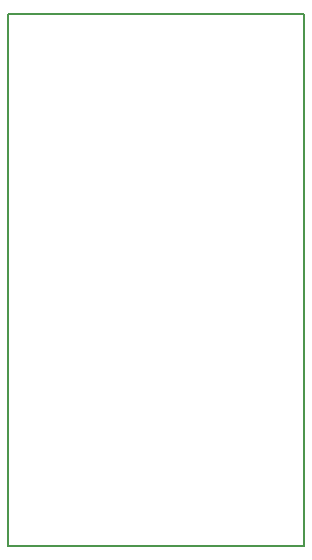
<source format=gko>
G04 #@! TF.FileFunction,Profile,NP*
%FSLAX46Y46*%
G04 Gerber Fmt 4.6, Leading zero omitted, Abs format (unit mm)*
G04 Created by KiCad (PCBNEW 4.0.4-stable) date 01/25/17 01:33:11*
%MOMM*%
%LPD*%
G01*
G04 APERTURE LIST*
%ADD10C,0.100000*%
%ADD11C,0.150000*%
G04 APERTURE END LIST*
D10*
D11*
X107777500Y-82603500D02*
X107777500Y-37603500D01*
X107777500Y-82603500D02*
X132777500Y-82603500D01*
X132777500Y-37603500D02*
X132777500Y-82603500D01*
X107777500Y-37603500D02*
X132777500Y-37603500D01*
M02*

</source>
